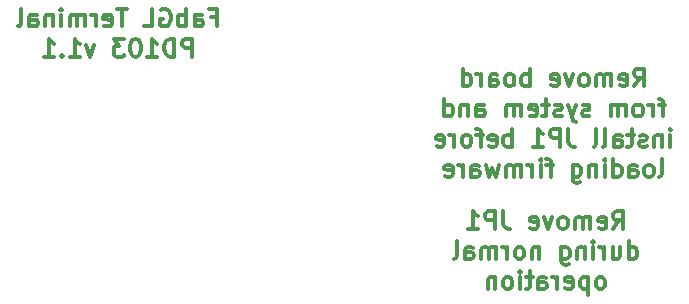
<source format=gbr>
%TF.GenerationSoftware,KiCad,Pcbnew,(5.1.6)-1*%
%TF.CreationDate,2020-12-22T01:41:02-08:00*%
%TF.ProjectId,rc-fabgl,72632d66-6162-4676-9c2e-6b696361645f,rev?*%
%TF.SameCoordinates,PX9157080PY9071968*%
%TF.FileFunction,Legend,Bot*%
%TF.FilePolarity,Positive*%
%FSLAX46Y46*%
G04 Gerber Fmt 4.6, Leading zero omitted, Abs format (unit mm)*
G04 Created by KiCad (PCBNEW (5.1.6)-1) date 2020-12-22 01:41:02*
%MOMM*%
%LPD*%
G01*
G04 APERTURE LIST*
%ADD10C,0.300000*%
G04 APERTURE END LIST*
D10*
X66511428Y40306629D02*
X67011428Y41020915D01*
X67368571Y40306629D02*
X67368571Y41806629D01*
X66797142Y41806629D01*
X66654285Y41735200D01*
X66582857Y41663772D01*
X66511428Y41520915D01*
X66511428Y41306629D01*
X66582857Y41163772D01*
X66654285Y41092343D01*
X66797142Y41020915D01*
X67368571Y41020915D01*
X65297142Y40378058D02*
X65440000Y40306629D01*
X65725714Y40306629D01*
X65868571Y40378058D01*
X65940000Y40520915D01*
X65940000Y41092343D01*
X65868571Y41235200D01*
X65725714Y41306629D01*
X65440000Y41306629D01*
X65297142Y41235200D01*
X65225714Y41092343D01*
X65225714Y40949486D01*
X65940000Y40806629D01*
X64582857Y40306629D02*
X64582857Y41306629D01*
X64582857Y41163772D02*
X64511428Y41235200D01*
X64368571Y41306629D01*
X64154285Y41306629D01*
X64011428Y41235200D01*
X63940000Y41092343D01*
X63940000Y40306629D01*
X63940000Y41092343D02*
X63868571Y41235200D01*
X63725714Y41306629D01*
X63511428Y41306629D01*
X63368571Y41235200D01*
X63297142Y41092343D01*
X63297142Y40306629D01*
X62368571Y40306629D02*
X62511428Y40378058D01*
X62582857Y40449486D01*
X62654285Y40592343D01*
X62654285Y41020915D01*
X62582857Y41163772D01*
X62511428Y41235200D01*
X62368571Y41306629D01*
X62154285Y41306629D01*
X62011428Y41235200D01*
X61940000Y41163772D01*
X61868571Y41020915D01*
X61868571Y40592343D01*
X61940000Y40449486D01*
X62011428Y40378058D01*
X62154285Y40306629D01*
X62368571Y40306629D01*
X61368571Y41306629D02*
X61011428Y40306629D01*
X60654285Y41306629D01*
X59511428Y40378058D02*
X59654285Y40306629D01*
X59940000Y40306629D01*
X60082857Y40378058D01*
X60154285Y40520915D01*
X60154285Y41092343D01*
X60082857Y41235200D01*
X59940000Y41306629D01*
X59654285Y41306629D01*
X59511428Y41235200D01*
X59440000Y41092343D01*
X59440000Y40949486D01*
X60154285Y40806629D01*
X57654285Y40306629D02*
X57654285Y41806629D01*
X57654285Y41235200D02*
X57511428Y41306629D01*
X57225714Y41306629D01*
X57082857Y41235200D01*
X57011428Y41163772D01*
X56940000Y41020915D01*
X56940000Y40592343D01*
X57011428Y40449486D01*
X57082857Y40378058D01*
X57225714Y40306629D01*
X57511428Y40306629D01*
X57654285Y40378058D01*
X56082857Y40306629D02*
X56225714Y40378058D01*
X56297142Y40449486D01*
X56368571Y40592343D01*
X56368571Y41020915D01*
X56297142Y41163772D01*
X56225714Y41235200D01*
X56082857Y41306629D01*
X55868571Y41306629D01*
X55725714Y41235200D01*
X55654285Y41163772D01*
X55582857Y41020915D01*
X55582857Y40592343D01*
X55654285Y40449486D01*
X55725714Y40378058D01*
X55868571Y40306629D01*
X56082857Y40306629D01*
X54297142Y40306629D02*
X54297142Y41092343D01*
X54368571Y41235200D01*
X54511428Y41306629D01*
X54797142Y41306629D01*
X54940000Y41235200D01*
X54297142Y40378058D02*
X54440000Y40306629D01*
X54797142Y40306629D01*
X54940000Y40378058D01*
X55011428Y40520915D01*
X55011428Y40663772D01*
X54940000Y40806629D01*
X54797142Y40878058D01*
X54440000Y40878058D01*
X54297142Y40949486D01*
X53582857Y40306629D02*
X53582857Y41306629D01*
X53582857Y41020915D02*
X53511428Y41163772D01*
X53440000Y41235200D01*
X53297142Y41306629D01*
X53154285Y41306629D01*
X52011428Y40306629D02*
X52011428Y41806629D01*
X52011428Y40378058D02*
X52154285Y40306629D01*
X52440000Y40306629D01*
X52582857Y40378058D01*
X52654285Y40449486D01*
X52725714Y40592343D01*
X52725714Y41020915D01*
X52654285Y41163772D01*
X52582857Y41235200D01*
X52440000Y41306629D01*
X52154285Y41306629D01*
X52011428Y41235200D01*
X69154285Y38756629D02*
X68582857Y38756629D01*
X68940000Y37756629D02*
X68940000Y39042343D01*
X68868571Y39185200D01*
X68725714Y39256629D01*
X68582857Y39256629D01*
X68082857Y37756629D02*
X68082857Y38756629D01*
X68082857Y38470915D02*
X68011428Y38613772D01*
X67940000Y38685200D01*
X67797142Y38756629D01*
X67654285Y38756629D01*
X66940000Y37756629D02*
X67082857Y37828058D01*
X67154285Y37899486D01*
X67225714Y38042343D01*
X67225714Y38470915D01*
X67154285Y38613772D01*
X67082857Y38685200D01*
X66940000Y38756629D01*
X66725714Y38756629D01*
X66582857Y38685200D01*
X66511428Y38613772D01*
X66440000Y38470915D01*
X66440000Y38042343D01*
X66511428Y37899486D01*
X66582857Y37828058D01*
X66725714Y37756629D01*
X66940000Y37756629D01*
X65797142Y37756629D02*
X65797142Y38756629D01*
X65797142Y38613772D02*
X65725714Y38685200D01*
X65582857Y38756629D01*
X65368571Y38756629D01*
X65225714Y38685200D01*
X65154285Y38542343D01*
X65154285Y37756629D01*
X65154285Y38542343D02*
X65082857Y38685200D01*
X64940000Y38756629D01*
X64725714Y38756629D01*
X64582857Y38685200D01*
X64511428Y38542343D01*
X64511428Y37756629D01*
X62725714Y37828058D02*
X62582857Y37756629D01*
X62297142Y37756629D01*
X62154285Y37828058D01*
X62082857Y37970915D01*
X62082857Y38042343D01*
X62154285Y38185200D01*
X62297142Y38256629D01*
X62511428Y38256629D01*
X62654285Y38328058D01*
X62725714Y38470915D01*
X62725714Y38542343D01*
X62654285Y38685200D01*
X62511428Y38756629D01*
X62297142Y38756629D01*
X62154285Y38685200D01*
X61582857Y38756629D02*
X61225714Y37756629D01*
X60868571Y38756629D02*
X61225714Y37756629D01*
X61368571Y37399486D01*
X61440000Y37328058D01*
X61582857Y37256629D01*
X60368571Y37828058D02*
X60225714Y37756629D01*
X59940000Y37756629D01*
X59797142Y37828058D01*
X59725714Y37970915D01*
X59725714Y38042343D01*
X59797142Y38185200D01*
X59940000Y38256629D01*
X60154285Y38256629D01*
X60297142Y38328058D01*
X60368571Y38470915D01*
X60368571Y38542343D01*
X60297142Y38685200D01*
X60154285Y38756629D01*
X59940000Y38756629D01*
X59797142Y38685200D01*
X59297142Y38756629D02*
X58725714Y38756629D01*
X59082857Y39256629D02*
X59082857Y37970915D01*
X59011428Y37828058D01*
X58868571Y37756629D01*
X58725714Y37756629D01*
X57654285Y37828058D02*
X57797142Y37756629D01*
X58082857Y37756629D01*
X58225714Y37828058D01*
X58297142Y37970915D01*
X58297142Y38542343D01*
X58225714Y38685200D01*
X58082857Y38756629D01*
X57797142Y38756629D01*
X57654285Y38685200D01*
X57582857Y38542343D01*
X57582857Y38399486D01*
X58297142Y38256629D01*
X56940000Y37756629D02*
X56940000Y38756629D01*
X56940000Y38613772D02*
X56868571Y38685200D01*
X56725714Y38756629D01*
X56511428Y38756629D01*
X56368571Y38685200D01*
X56297142Y38542343D01*
X56297142Y37756629D01*
X56297142Y38542343D02*
X56225714Y38685200D01*
X56082857Y38756629D01*
X55868571Y38756629D01*
X55725714Y38685200D01*
X55654285Y38542343D01*
X55654285Y37756629D01*
X53154285Y37756629D02*
X53154285Y38542343D01*
X53225714Y38685200D01*
X53368571Y38756629D01*
X53654285Y38756629D01*
X53797142Y38685200D01*
X53154285Y37828058D02*
X53297142Y37756629D01*
X53654285Y37756629D01*
X53797142Y37828058D01*
X53868571Y37970915D01*
X53868571Y38113772D01*
X53797142Y38256629D01*
X53654285Y38328058D01*
X53297142Y38328058D01*
X53154285Y38399486D01*
X52440000Y38756629D02*
X52440000Y37756629D01*
X52440000Y38613772D02*
X52368571Y38685200D01*
X52225714Y38756629D01*
X52011428Y38756629D01*
X51868571Y38685200D01*
X51797142Y38542343D01*
X51797142Y37756629D01*
X50440000Y37756629D02*
X50440000Y39256629D01*
X50440000Y37828058D02*
X50582857Y37756629D01*
X50868571Y37756629D01*
X51011428Y37828058D01*
X51082857Y37899486D01*
X51154285Y38042343D01*
X51154285Y38470915D01*
X51082857Y38613772D01*
X51011428Y38685200D01*
X50868571Y38756629D01*
X50582857Y38756629D01*
X50440000Y38685200D01*
X69582857Y35206629D02*
X69582857Y36206629D01*
X69582857Y36706629D02*
X69654285Y36635200D01*
X69582857Y36563772D01*
X69511428Y36635200D01*
X69582857Y36706629D01*
X69582857Y36563772D01*
X68868571Y36206629D02*
X68868571Y35206629D01*
X68868571Y36063772D02*
X68797142Y36135200D01*
X68654285Y36206629D01*
X68440000Y36206629D01*
X68297142Y36135200D01*
X68225714Y35992343D01*
X68225714Y35206629D01*
X67582857Y35278058D02*
X67440000Y35206629D01*
X67154285Y35206629D01*
X67011428Y35278058D01*
X66940000Y35420915D01*
X66940000Y35492343D01*
X67011428Y35635200D01*
X67154285Y35706629D01*
X67368571Y35706629D01*
X67511428Y35778058D01*
X67582857Y35920915D01*
X67582857Y35992343D01*
X67511428Y36135200D01*
X67368571Y36206629D01*
X67154285Y36206629D01*
X67011428Y36135200D01*
X66511428Y36206629D02*
X65940000Y36206629D01*
X66297142Y36706629D02*
X66297142Y35420915D01*
X66225714Y35278058D01*
X66082857Y35206629D01*
X65940000Y35206629D01*
X64797142Y35206629D02*
X64797142Y35992343D01*
X64868571Y36135200D01*
X65011428Y36206629D01*
X65297142Y36206629D01*
X65440000Y36135200D01*
X64797142Y35278058D02*
X64940000Y35206629D01*
X65297142Y35206629D01*
X65440000Y35278058D01*
X65511428Y35420915D01*
X65511428Y35563772D01*
X65440000Y35706629D01*
X65297142Y35778058D01*
X64940000Y35778058D01*
X64797142Y35849486D01*
X63868571Y35206629D02*
X64011428Y35278058D01*
X64082857Y35420915D01*
X64082857Y36706629D01*
X63082857Y35206629D02*
X63225714Y35278058D01*
X63297142Y35420915D01*
X63297142Y36706629D01*
X60940000Y36706629D02*
X60940000Y35635200D01*
X61011428Y35420915D01*
X61154285Y35278058D01*
X61368571Y35206629D01*
X61511428Y35206629D01*
X60225714Y35206629D02*
X60225714Y36706629D01*
X59654285Y36706629D01*
X59511428Y36635200D01*
X59440000Y36563772D01*
X59368571Y36420915D01*
X59368571Y36206629D01*
X59440000Y36063772D01*
X59511428Y35992343D01*
X59654285Y35920915D01*
X60225714Y35920915D01*
X57940000Y35206629D02*
X58797142Y35206629D01*
X58368571Y35206629D02*
X58368571Y36706629D01*
X58511428Y36492343D01*
X58654285Y36349486D01*
X58797142Y36278058D01*
X56154285Y35206629D02*
X56154285Y36706629D01*
X56154285Y36135200D02*
X56011428Y36206629D01*
X55725714Y36206629D01*
X55582857Y36135200D01*
X55511428Y36063772D01*
X55440000Y35920915D01*
X55440000Y35492343D01*
X55511428Y35349486D01*
X55582857Y35278058D01*
X55725714Y35206629D01*
X56011428Y35206629D01*
X56154285Y35278058D01*
X54225714Y35278058D02*
X54368571Y35206629D01*
X54654285Y35206629D01*
X54797142Y35278058D01*
X54868571Y35420915D01*
X54868571Y35992343D01*
X54797142Y36135200D01*
X54654285Y36206629D01*
X54368571Y36206629D01*
X54225714Y36135200D01*
X54154285Y35992343D01*
X54154285Y35849486D01*
X54868571Y35706629D01*
X53725714Y36206629D02*
X53154285Y36206629D01*
X53511428Y35206629D02*
X53511428Y36492343D01*
X53440000Y36635200D01*
X53297142Y36706629D01*
X53154285Y36706629D01*
X52440000Y35206629D02*
X52582857Y35278058D01*
X52654285Y35349486D01*
X52725714Y35492343D01*
X52725714Y35920915D01*
X52654285Y36063772D01*
X52582857Y36135200D01*
X52440000Y36206629D01*
X52225714Y36206629D01*
X52082857Y36135200D01*
X52011428Y36063772D01*
X51940000Y35920915D01*
X51940000Y35492343D01*
X52011428Y35349486D01*
X52082857Y35278058D01*
X52225714Y35206629D01*
X52440000Y35206629D01*
X51297142Y35206629D02*
X51297142Y36206629D01*
X51297142Y35920915D02*
X51225714Y36063772D01*
X51154285Y36135200D01*
X51011428Y36206629D01*
X50868571Y36206629D01*
X49797142Y35278058D02*
X49940000Y35206629D01*
X50225714Y35206629D01*
X50368571Y35278058D01*
X50440000Y35420915D01*
X50440000Y35992343D01*
X50368571Y36135200D01*
X50225714Y36206629D01*
X49940000Y36206629D01*
X49797142Y36135200D01*
X49725714Y35992343D01*
X49725714Y35849486D01*
X50440000Y35706629D01*
X68654285Y32656629D02*
X68797142Y32728058D01*
X68868571Y32870915D01*
X68868571Y34156629D01*
X67868571Y32656629D02*
X68011428Y32728058D01*
X68082857Y32799486D01*
X68154285Y32942343D01*
X68154285Y33370915D01*
X68082857Y33513772D01*
X68011428Y33585200D01*
X67868571Y33656629D01*
X67654285Y33656629D01*
X67511428Y33585200D01*
X67440000Y33513772D01*
X67368571Y33370915D01*
X67368571Y32942343D01*
X67440000Y32799486D01*
X67511428Y32728058D01*
X67654285Y32656629D01*
X67868571Y32656629D01*
X66082857Y32656629D02*
X66082857Y33442343D01*
X66154285Y33585200D01*
X66297142Y33656629D01*
X66582857Y33656629D01*
X66725714Y33585200D01*
X66082857Y32728058D02*
X66225714Y32656629D01*
X66582857Y32656629D01*
X66725714Y32728058D01*
X66797142Y32870915D01*
X66797142Y33013772D01*
X66725714Y33156629D01*
X66582857Y33228058D01*
X66225714Y33228058D01*
X66082857Y33299486D01*
X64725714Y32656629D02*
X64725714Y34156629D01*
X64725714Y32728058D02*
X64868571Y32656629D01*
X65154285Y32656629D01*
X65297142Y32728058D01*
X65368571Y32799486D01*
X65440000Y32942343D01*
X65440000Y33370915D01*
X65368571Y33513772D01*
X65297142Y33585200D01*
X65154285Y33656629D01*
X64868571Y33656629D01*
X64725714Y33585200D01*
X64011428Y32656629D02*
X64011428Y33656629D01*
X64011428Y34156629D02*
X64082857Y34085200D01*
X64011428Y34013772D01*
X63940000Y34085200D01*
X64011428Y34156629D01*
X64011428Y34013772D01*
X63297142Y33656629D02*
X63297142Y32656629D01*
X63297142Y33513772D02*
X63225714Y33585200D01*
X63082857Y33656629D01*
X62868571Y33656629D01*
X62725714Y33585200D01*
X62654285Y33442343D01*
X62654285Y32656629D01*
X61297142Y33656629D02*
X61297142Y32442343D01*
X61368571Y32299486D01*
X61440000Y32228058D01*
X61582857Y32156629D01*
X61797142Y32156629D01*
X61940000Y32228058D01*
X61297142Y32728058D02*
X61440000Y32656629D01*
X61725714Y32656629D01*
X61868571Y32728058D01*
X61940000Y32799486D01*
X62011428Y32942343D01*
X62011428Y33370915D01*
X61940000Y33513772D01*
X61868571Y33585200D01*
X61725714Y33656629D01*
X61440000Y33656629D01*
X61297142Y33585200D01*
X59654285Y33656629D02*
X59082857Y33656629D01*
X59440000Y32656629D02*
X59440000Y33942343D01*
X59368571Y34085200D01*
X59225714Y34156629D01*
X59082857Y34156629D01*
X58582857Y32656629D02*
X58582857Y33656629D01*
X58582857Y34156629D02*
X58654285Y34085200D01*
X58582857Y34013772D01*
X58511428Y34085200D01*
X58582857Y34156629D01*
X58582857Y34013772D01*
X57868571Y32656629D02*
X57868571Y33656629D01*
X57868571Y33370915D02*
X57797142Y33513772D01*
X57725714Y33585200D01*
X57582857Y33656629D01*
X57440000Y33656629D01*
X56940000Y32656629D02*
X56940000Y33656629D01*
X56940000Y33513772D02*
X56868571Y33585200D01*
X56725714Y33656629D01*
X56511428Y33656629D01*
X56368571Y33585200D01*
X56297142Y33442343D01*
X56297142Y32656629D01*
X56297142Y33442343D02*
X56225714Y33585200D01*
X56082857Y33656629D01*
X55868571Y33656629D01*
X55725714Y33585200D01*
X55654285Y33442343D01*
X55654285Y32656629D01*
X55082857Y33656629D02*
X54797142Y32656629D01*
X54511428Y33370915D01*
X54225714Y32656629D01*
X53940000Y33656629D01*
X52725714Y32656629D02*
X52725714Y33442343D01*
X52797142Y33585200D01*
X52940000Y33656629D01*
X53225714Y33656629D01*
X53368571Y33585200D01*
X52725714Y32728058D02*
X52868571Y32656629D01*
X53225714Y32656629D01*
X53368571Y32728058D01*
X53440000Y32870915D01*
X53440000Y33013772D01*
X53368571Y33156629D01*
X53225714Y33228058D01*
X52868571Y33228058D01*
X52725714Y33299486D01*
X52011428Y32656629D02*
X52011428Y33656629D01*
X52011428Y33370915D02*
X51940000Y33513772D01*
X51868571Y33585200D01*
X51725714Y33656629D01*
X51582857Y33656629D01*
X50511428Y32728058D02*
X50654285Y32656629D01*
X50940000Y32656629D01*
X51082857Y32728058D01*
X51154285Y32870915D01*
X51154285Y33442343D01*
X51082857Y33585200D01*
X50940000Y33656629D01*
X50654285Y33656629D01*
X50511428Y33585200D01*
X50440000Y33442343D01*
X50440000Y33299486D01*
X51154285Y33156629D01*
X64733571Y28236629D02*
X65233571Y28950915D01*
X65590714Y28236629D02*
X65590714Y29736629D01*
X65019285Y29736629D01*
X64876428Y29665200D01*
X64805000Y29593772D01*
X64733571Y29450915D01*
X64733571Y29236629D01*
X64805000Y29093772D01*
X64876428Y29022343D01*
X65019285Y28950915D01*
X65590714Y28950915D01*
X63519285Y28308058D02*
X63662142Y28236629D01*
X63947857Y28236629D01*
X64090714Y28308058D01*
X64162142Y28450915D01*
X64162142Y29022343D01*
X64090714Y29165200D01*
X63947857Y29236629D01*
X63662142Y29236629D01*
X63519285Y29165200D01*
X63447857Y29022343D01*
X63447857Y28879486D01*
X64162142Y28736629D01*
X62805000Y28236629D02*
X62805000Y29236629D01*
X62805000Y29093772D02*
X62733571Y29165200D01*
X62590714Y29236629D01*
X62376428Y29236629D01*
X62233571Y29165200D01*
X62162142Y29022343D01*
X62162142Y28236629D01*
X62162142Y29022343D02*
X62090714Y29165200D01*
X61947857Y29236629D01*
X61733571Y29236629D01*
X61590714Y29165200D01*
X61519285Y29022343D01*
X61519285Y28236629D01*
X60590714Y28236629D02*
X60733571Y28308058D01*
X60805000Y28379486D01*
X60876428Y28522343D01*
X60876428Y28950915D01*
X60805000Y29093772D01*
X60733571Y29165200D01*
X60590714Y29236629D01*
X60376428Y29236629D01*
X60233571Y29165200D01*
X60162142Y29093772D01*
X60090714Y28950915D01*
X60090714Y28522343D01*
X60162142Y28379486D01*
X60233571Y28308058D01*
X60376428Y28236629D01*
X60590714Y28236629D01*
X59590714Y29236629D02*
X59233571Y28236629D01*
X58876428Y29236629D01*
X57733571Y28308058D02*
X57876428Y28236629D01*
X58162142Y28236629D01*
X58305000Y28308058D01*
X58376428Y28450915D01*
X58376428Y29022343D01*
X58305000Y29165200D01*
X58162142Y29236629D01*
X57876428Y29236629D01*
X57733571Y29165200D01*
X57662142Y29022343D01*
X57662142Y28879486D01*
X58376428Y28736629D01*
X55447857Y29736629D02*
X55447857Y28665200D01*
X55519285Y28450915D01*
X55662142Y28308058D01*
X55876428Y28236629D01*
X56019285Y28236629D01*
X54733571Y28236629D02*
X54733571Y29736629D01*
X54162142Y29736629D01*
X54019285Y29665200D01*
X53947857Y29593772D01*
X53876428Y29450915D01*
X53876428Y29236629D01*
X53947857Y29093772D01*
X54019285Y29022343D01*
X54162142Y28950915D01*
X54733571Y28950915D01*
X52447857Y28236629D02*
X53305000Y28236629D01*
X52876428Y28236629D02*
X52876428Y29736629D01*
X53019285Y29522343D01*
X53162142Y29379486D01*
X53305000Y29308058D01*
X66055000Y25686629D02*
X66055000Y27186629D01*
X66055000Y25758058D02*
X66197857Y25686629D01*
X66483571Y25686629D01*
X66626428Y25758058D01*
X66697857Y25829486D01*
X66769285Y25972343D01*
X66769285Y26400915D01*
X66697857Y26543772D01*
X66626428Y26615200D01*
X66483571Y26686629D01*
X66197857Y26686629D01*
X66055000Y26615200D01*
X64697857Y26686629D02*
X64697857Y25686629D01*
X65340714Y26686629D02*
X65340714Y25900915D01*
X65269285Y25758058D01*
X65126428Y25686629D01*
X64912142Y25686629D01*
X64769285Y25758058D01*
X64697857Y25829486D01*
X63983571Y25686629D02*
X63983571Y26686629D01*
X63983571Y26400915D02*
X63912142Y26543772D01*
X63840714Y26615200D01*
X63697857Y26686629D01*
X63555000Y26686629D01*
X63055000Y25686629D02*
X63055000Y26686629D01*
X63055000Y27186629D02*
X63126428Y27115200D01*
X63055000Y27043772D01*
X62983571Y27115200D01*
X63055000Y27186629D01*
X63055000Y27043772D01*
X62340714Y26686629D02*
X62340714Y25686629D01*
X62340714Y26543772D02*
X62269285Y26615200D01*
X62126428Y26686629D01*
X61912142Y26686629D01*
X61769285Y26615200D01*
X61697857Y26472343D01*
X61697857Y25686629D01*
X60340714Y26686629D02*
X60340714Y25472343D01*
X60412142Y25329486D01*
X60483571Y25258058D01*
X60626428Y25186629D01*
X60840714Y25186629D01*
X60983571Y25258058D01*
X60340714Y25758058D02*
X60483571Y25686629D01*
X60769285Y25686629D01*
X60912142Y25758058D01*
X60983571Y25829486D01*
X61055000Y25972343D01*
X61055000Y26400915D01*
X60983571Y26543772D01*
X60912142Y26615200D01*
X60769285Y26686629D01*
X60483571Y26686629D01*
X60340714Y26615200D01*
X58483571Y26686629D02*
X58483571Y25686629D01*
X58483571Y26543772D02*
X58412142Y26615200D01*
X58269285Y26686629D01*
X58055000Y26686629D01*
X57912142Y26615200D01*
X57840714Y26472343D01*
X57840714Y25686629D01*
X56912142Y25686629D02*
X57055000Y25758058D01*
X57126428Y25829486D01*
X57197857Y25972343D01*
X57197857Y26400915D01*
X57126428Y26543772D01*
X57055000Y26615200D01*
X56912142Y26686629D01*
X56697857Y26686629D01*
X56555000Y26615200D01*
X56483571Y26543772D01*
X56412142Y26400915D01*
X56412142Y25972343D01*
X56483571Y25829486D01*
X56555000Y25758058D01*
X56697857Y25686629D01*
X56912142Y25686629D01*
X55769285Y25686629D02*
X55769285Y26686629D01*
X55769285Y26400915D02*
X55697857Y26543772D01*
X55626428Y26615200D01*
X55483571Y26686629D01*
X55340714Y26686629D01*
X54840714Y25686629D02*
X54840714Y26686629D01*
X54840714Y26543772D02*
X54769285Y26615200D01*
X54626428Y26686629D01*
X54412142Y26686629D01*
X54269285Y26615200D01*
X54197857Y26472343D01*
X54197857Y25686629D01*
X54197857Y26472343D02*
X54126428Y26615200D01*
X53983571Y26686629D01*
X53769285Y26686629D01*
X53626428Y26615200D01*
X53555000Y26472343D01*
X53555000Y25686629D01*
X52197857Y25686629D02*
X52197857Y26472343D01*
X52269285Y26615200D01*
X52412142Y26686629D01*
X52697857Y26686629D01*
X52840714Y26615200D01*
X52197857Y25758058D02*
X52340714Y25686629D01*
X52697857Y25686629D01*
X52840714Y25758058D01*
X52912142Y25900915D01*
X52912142Y26043772D01*
X52840714Y26186629D01*
X52697857Y26258058D01*
X52340714Y26258058D01*
X52197857Y26329486D01*
X51269285Y25686629D02*
X51412142Y25758058D01*
X51483571Y25900915D01*
X51483571Y27186629D01*
X63769285Y23136629D02*
X63912142Y23208058D01*
X63983571Y23279486D01*
X64055000Y23422343D01*
X64055000Y23850915D01*
X63983571Y23993772D01*
X63912142Y24065200D01*
X63769285Y24136629D01*
X63555000Y24136629D01*
X63412142Y24065200D01*
X63340714Y23993772D01*
X63269285Y23850915D01*
X63269285Y23422343D01*
X63340714Y23279486D01*
X63412142Y23208058D01*
X63555000Y23136629D01*
X63769285Y23136629D01*
X62626428Y24136629D02*
X62626428Y22636629D01*
X62626428Y24065200D02*
X62483571Y24136629D01*
X62197857Y24136629D01*
X62055000Y24065200D01*
X61983571Y23993772D01*
X61912142Y23850915D01*
X61912142Y23422343D01*
X61983571Y23279486D01*
X62055000Y23208058D01*
X62197857Y23136629D01*
X62483571Y23136629D01*
X62626428Y23208058D01*
X60697857Y23208058D02*
X60840714Y23136629D01*
X61126428Y23136629D01*
X61269285Y23208058D01*
X61340714Y23350915D01*
X61340714Y23922343D01*
X61269285Y24065200D01*
X61126428Y24136629D01*
X60840714Y24136629D01*
X60697857Y24065200D01*
X60626428Y23922343D01*
X60626428Y23779486D01*
X61340714Y23636629D01*
X59983571Y23136629D02*
X59983571Y24136629D01*
X59983571Y23850915D02*
X59912142Y23993772D01*
X59840714Y24065200D01*
X59697857Y24136629D01*
X59555000Y24136629D01*
X58412142Y23136629D02*
X58412142Y23922343D01*
X58483571Y24065200D01*
X58626428Y24136629D01*
X58912142Y24136629D01*
X59055000Y24065200D01*
X58412142Y23208058D02*
X58555000Y23136629D01*
X58912142Y23136629D01*
X59055000Y23208058D01*
X59126428Y23350915D01*
X59126428Y23493772D01*
X59055000Y23636629D01*
X58912142Y23708058D01*
X58555000Y23708058D01*
X58412142Y23779486D01*
X57912142Y24136629D02*
X57340714Y24136629D01*
X57697857Y24636629D02*
X57697857Y23350915D01*
X57626428Y23208058D01*
X57483571Y23136629D01*
X57340714Y23136629D01*
X56840714Y23136629D02*
X56840714Y24136629D01*
X56840714Y24636629D02*
X56912142Y24565200D01*
X56840714Y24493772D01*
X56769285Y24565200D01*
X56840714Y24636629D01*
X56840714Y24493772D01*
X55912142Y23136629D02*
X56055000Y23208058D01*
X56126428Y23279486D01*
X56197857Y23422343D01*
X56197857Y23850915D01*
X56126428Y23993772D01*
X56055000Y24065200D01*
X55912142Y24136629D01*
X55697857Y24136629D01*
X55555000Y24065200D01*
X55483571Y23993772D01*
X55412142Y23850915D01*
X55412142Y23422343D01*
X55483571Y23279486D01*
X55555000Y23208058D01*
X55697857Y23136629D01*
X55912142Y23136629D01*
X54769285Y24136629D02*
X54769285Y23136629D01*
X54769285Y23993772D02*
X54697857Y24065200D01*
X54555000Y24136629D01*
X54340714Y24136629D01*
X54197857Y24065200D01*
X54126428Y23922343D01*
X54126428Y23136629D01*
X30717142Y46162343D02*
X31217142Y46162343D01*
X31217142Y45376629D02*
X31217142Y46876629D01*
X30502857Y46876629D01*
X29288571Y45376629D02*
X29288571Y46162343D01*
X29360000Y46305200D01*
X29502857Y46376629D01*
X29788571Y46376629D01*
X29931428Y46305200D01*
X29288571Y45448058D02*
X29431428Y45376629D01*
X29788571Y45376629D01*
X29931428Y45448058D01*
X30002857Y45590915D01*
X30002857Y45733772D01*
X29931428Y45876629D01*
X29788571Y45948058D01*
X29431428Y45948058D01*
X29288571Y46019486D01*
X28574285Y45376629D02*
X28574285Y46876629D01*
X28574285Y46305200D02*
X28431428Y46376629D01*
X28145714Y46376629D01*
X28002857Y46305200D01*
X27931428Y46233772D01*
X27860000Y46090915D01*
X27860000Y45662343D01*
X27931428Y45519486D01*
X28002857Y45448058D01*
X28145714Y45376629D01*
X28431428Y45376629D01*
X28574285Y45448058D01*
X26431428Y46805200D02*
X26574285Y46876629D01*
X26788571Y46876629D01*
X27002857Y46805200D01*
X27145714Y46662343D01*
X27217142Y46519486D01*
X27288571Y46233772D01*
X27288571Y46019486D01*
X27217142Y45733772D01*
X27145714Y45590915D01*
X27002857Y45448058D01*
X26788571Y45376629D01*
X26645714Y45376629D01*
X26431428Y45448058D01*
X26360000Y45519486D01*
X26360000Y46019486D01*
X26645714Y46019486D01*
X25002857Y45376629D02*
X25717142Y45376629D01*
X25717142Y46876629D01*
X23574285Y46876629D02*
X22717142Y46876629D01*
X23145714Y45376629D02*
X23145714Y46876629D01*
X21645714Y45448058D02*
X21788571Y45376629D01*
X22074285Y45376629D01*
X22217142Y45448058D01*
X22288571Y45590915D01*
X22288571Y46162343D01*
X22217142Y46305200D01*
X22074285Y46376629D01*
X21788571Y46376629D01*
X21645714Y46305200D01*
X21574285Y46162343D01*
X21574285Y46019486D01*
X22288571Y45876629D01*
X20931428Y45376629D02*
X20931428Y46376629D01*
X20931428Y46090915D02*
X20860000Y46233772D01*
X20788571Y46305200D01*
X20645714Y46376629D01*
X20502857Y46376629D01*
X20002857Y45376629D02*
X20002857Y46376629D01*
X20002857Y46233772D02*
X19931428Y46305200D01*
X19788571Y46376629D01*
X19574285Y46376629D01*
X19431428Y46305200D01*
X19360000Y46162343D01*
X19360000Y45376629D01*
X19360000Y46162343D02*
X19288571Y46305200D01*
X19145714Y46376629D01*
X18931428Y46376629D01*
X18788571Y46305200D01*
X18717142Y46162343D01*
X18717142Y45376629D01*
X18002857Y45376629D02*
X18002857Y46376629D01*
X18002857Y46876629D02*
X18074285Y46805200D01*
X18002857Y46733772D01*
X17931428Y46805200D01*
X18002857Y46876629D01*
X18002857Y46733772D01*
X17288571Y46376629D02*
X17288571Y45376629D01*
X17288571Y46233772D02*
X17217142Y46305200D01*
X17074285Y46376629D01*
X16860000Y46376629D01*
X16717142Y46305200D01*
X16645714Y46162343D01*
X16645714Y45376629D01*
X15288571Y45376629D02*
X15288571Y46162343D01*
X15360000Y46305200D01*
X15502857Y46376629D01*
X15788571Y46376629D01*
X15931428Y46305200D01*
X15288571Y45448058D02*
X15431428Y45376629D01*
X15788571Y45376629D01*
X15931428Y45448058D01*
X16002857Y45590915D01*
X16002857Y45733772D01*
X15931428Y45876629D01*
X15788571Y45948058D01*
X15431428Y45948058D01*
X15288571Y46019486D01*
X14360000Y45376629D02*
X14502857Y45448058D01*
X14574285Y45590915D01*
X14574285Y46876629D01*
X29074285Y42826629D02*
X29074285Y44326629D01*
X28502857Y44326629D01*
X28360000Y44255200D01*
X28288571Y44183772D01*
X28217142Y44040915D01*
X28217142Y43826629D01*
X28288571Y43683772D01*
X28360000Y43612343D01*
X28502857Y43540915D01*
X29074285Y43540915D01*
X27574285Y42826629D02*
X27574285Y44326629D01*
X27217142Y44326629D01*
X27002857Y44255200D01*
X26860000Y44112343D01*
X26788571Y43969486D01*
X26717142Y43683772D01*
X26717142Y43469486D01*
X26788571Y43183772D01*
X26860000Y43040915D01*
X27002857Y42898058D01*
X27217142Y42826629D01*
X27574285Y42826629D01*
X25288571Y42826629D02*
X26145714Y42826629D01*
X25717142Y42826629D02*
X25717142Y44326629D01*
X25860000Y44112343D01*
X26002857Y43969486D01*
X26145714Y43898058D01*
X24360000Y44326629D02*
X24217142Y44326629D01*
X24074285Y44255200D01*
X24002857Y44183772D01*
X23931428Y44040915D01*
X23860000Y43755200D01*
X23860000Y43398058D01*
X23931428Y43112343D01*
X24002857Y42969486D01*
X24074285Y42898058D01*
X24217142Y42826629D01*
X24360000Y42826629D01*
X24502857Y42898058D01*
X24574285Y42969486D01*
X24645714Y43112343D01*
X24717142Y43398058D01*
X24717142Y43755200D01*
X24645714Y44040915D01*
X24574285Y44183772D01*
X24502857Y44255200D01*
X24360000Y44326629D01*
X23360000Y44326629D02*
X22431428Y44326629D01*
X22931428Y43755200D01*
X22717142Y43755200D01*
X22574285Y43683772D01*
X22502857Y43612343D01*
X22431428Y43469486D01*
X22431428Y43112343D01*
X22502857Y42969486D01*
X22574285Y42898058D01*
X22717142Y42826629D01*
X23145714Y42826629D01*
X23288571Y42898058D01*
X23360000Y42969486D01*
X20788571Y43826629D02*
X20431428Y42826629D01*
X20074285Y43826629D01*
X18717142Y42826629D02*
X19574285Y42826629D01*
X19145714Y42826629D02*
X19145714Y44326629D01*
X19288571Y44112343D01*
X19431428Y43969486D01*
X19574285Y43898058D01*
X18074285Y42969486D02*
X18002857Y42898058D01*
X18074285Y42826629D01*
X18145714Y42898058D01*
X18074285Y42969486D01*
X18074285Y42826629D01*
X16574285Y42826629D02*
X17431428Y42826629D01*
X17002857Y42826629D02*
X17002857Y44326629D01*
X17145714Y44112343D01*
X17288571Y43969486D01*
X17431428Y43898058D01*
M02*

</source>
